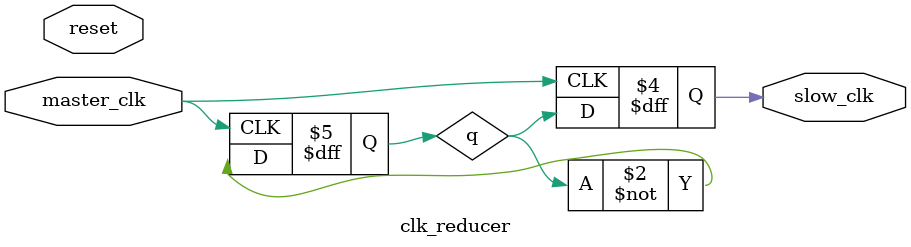
<source format=v>
module clk_reducer(master_clk, slow_clk, reset);

	input master_clk; //50mhz clock
	input reset;
	output reg slow_clk; //25mhz clock
	reg q = 0;

	always@(posedge master_clk)
	begin
		if (reset) begin
			q <= 1;
		end
		q <= ~q; 
		slow_clk <= q;
	end
endmodule




</source>
